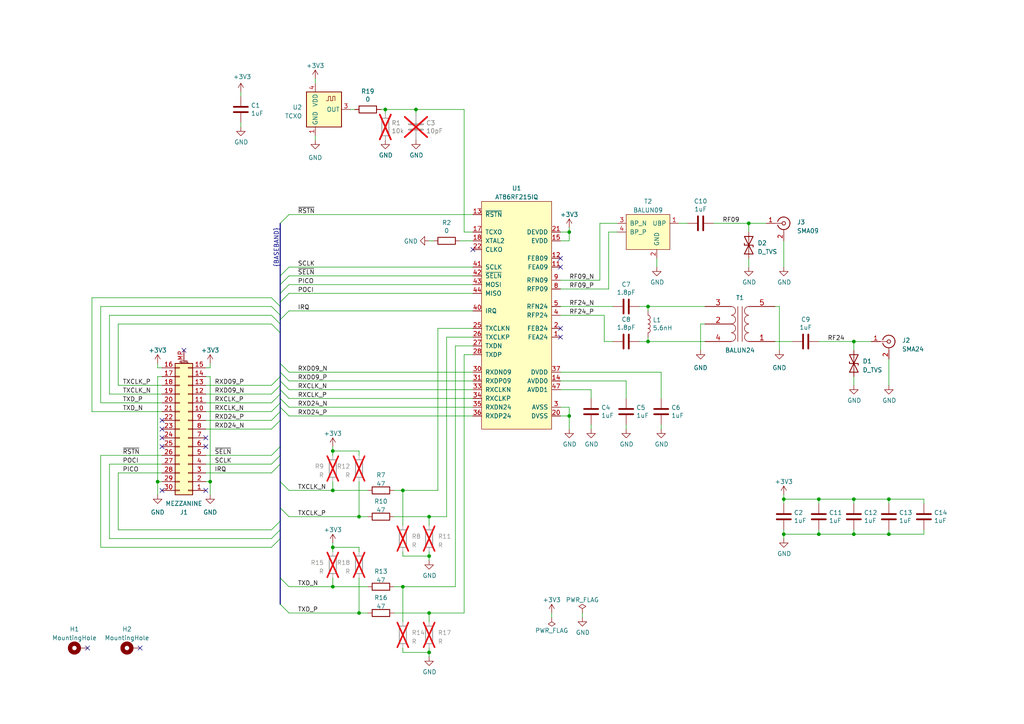
<source format=kicad_sch>
(kicad_sch (version 20230121) (generator eeschema)
  (paper "A4")
  (title_block (title "Amalthea") (date "2023-03-25") (rev "r0.2") (company "Copyright 2020-2023 Great Scott Gadgets") (comment 1 "Licensed under the CERN-OHL-P v2"))
  (lib_symbols
    (symbol "Connector:Conn_Coaxial" (pin_names (offset 1.016) hide)
      (property "Reference" "J" (at 0.254 3.048 0))
      (property "Value" "Conn_Coaxial" (at 2.921 0 90))
      (symbol "Conn_Coaxial_1_1"
        (pin passive line (at -5.08 0 0) (length 2.54) (name "In") (number "1"))
        (pin passive line (at 0 -5.08 90) (length 2.54) (name "Ext") (number "2"))
      )
    )
    (symbol "Connector_Generic_MountingPin:Conn_02x15_Counter_Clockwise_MountingPin" (pin_names (offset 1.016) hide)
      (property "Reference" "J" (at 1.27 20.32 0))
      (property "Value" "Conn_02x15_Counter_Clockwise_MountingPin" (at 2.54 -20.32 0))
      (symbol "Conn_02x15_Counter_Clockwise_MountingPin_1_1"
        (text "Mounting" (at 1.27 -19.431 0) (effects (font (size 0.381 0.381))))
        (pin passive line (at -5.08 17.78 0) (length 3.81) (name "Pin_1") (number "1"))
        (pin passive line (at -5.08 -5.08 0) (length 3.81) (name "Pin_10") (number "10"))
        (pin passive line (at -5.08 -7.62 0) (length 3.81) (name "Pin_11") (number "11"))
        (pin passive line (at -5.08 -10.16 0) (length 3.81) (name "Pin_12") (number "12"))
        (pin passive line (at -5.08 -12.7 0) (length 3.81) (name "Pin_13") (number "13"))
        (pin passive line (at -5.08 -15.24 0) (length 3.81) (name "Pin_14") (number "14"))
        (pin passive line (at -5.08 -17.78 0) (length 3.81) (name "Pin_15") (number "15"))
        (pin passive line (at 7.62 -17.78 180) (length 3.81) (name "Pin_16") (number "16"))
        (pin passive line (at 7.62 -15.24 180) (length 3.81) (name "Pin_17") (number "17"))
        (pin passive line (at 7.62 -12.7 180) (length 3.81) (name "Pin_18") (number "18"))
        (pin passive line (at 7.62 -10.16 180) (length 3.81) (name "Pin_19") (number "19"))
        (pin passive line (at -5.08 15.24 0) (length 3.81) (name "Pin_2") (number "2"))
        (pin passive line (at 7.62 -7.62 180) (length 3.81) (name "Pin_20") (number "20"))
        (pin passive line (at 7.62 -5.08 180) (length 3.81) (name "Pin_21") (number "21"))
        (pin passive line (at 7.62 -2.54 180) (length 3.81) (name "Pin_22") (number "22"))
        (pin passive line (at 7.62 0 180) (length 3.81) (name "Pin_23") (number "23"))
        (pin passive line (at 7.62 2.54 180) (length 3.81) (name "Pin_24") (number "24"))
        (pin passive line (at 7.62 5.08 180) (length 3.81) (name "Pin_25") (number "25"))
        (pin passive line (at 7.62 7.62 180) (length 3.81) (name "Pin_26") (number "26"))
        (pin passive line (at 7.62 10.16 180) (length 3.81) (name "Pin_27") (number "27"))
        (pin passive line (at 7.62 12.7 180) (length 3.81) (name "Pin_28") (number "28"))
        (pin passive line (at 7.62 15.24 180) (length 3.81) (name "Pin_29") (number "29"))
        (pin passive line (at -5.08 12.7 0) (length 3.81) (name "Pin_3") (number "3"))
        (pin passive line (at 7.62 17.78 180) (length 3.81) (name "Pin_30") (number "30"))
        (pin passive line (at -5.08 10.16 0) (length 3.81) (name "Pin_4") (number "4"))
        (pin passive line (at -5.08 7.62 0) (length 3.81) (name "Pin_5") (number "5"))
        (pin passive line (at -5.08 5.08 0) (length 3.81) (name "Pin_6") (number "6"))
        (pin passive line (at -5.08 2.54 0) (length 3.81) (name "Pin_7") (number "7"))
        (pin passive line (at -5.08 0 0) (length 3.81) (name "Pin_8") (number "8"))
        (pin passive line (at -5.08 -2.54 0) (length 3.81) (name "Pin_9") (number "9"))
        (pin passive line (at 1.27 -22.86 90) (length 3.048) (name "MountPin") (number "MP"))
      )
    )
    (symbol "Device:C" (pin_numbers hide) (pin_names (offset 0.254))
      (property "Reference" "C" (at 0.635 2.54 0))
      (property "Value" "C" (at 0.635 -2.54 0))
      (symbol "C_1_1"
        (pin passive line (at 0 3.81 270) (length 2.794) (name "~") (number "1"))
        (pin passive line (at 0 -3.81 90) (length 2.794) (name "~") (number "2"))
      )
    )
    (symbol "Device:D_TVS" (pin_numbers hide) (pin_names (offset 1.016) hide)
      (property "Reference" "D" (at 0 2.54 0))
      (property "Value" "D_TVS" (at 0 -2.54 0))
      (symbol "D_TVS_1_1"
        (pin passive line (at -3.81 0 0) (length 2.54) (name "A1") (number "1"))
        (pin passive line (at 3.81 0 180) (length 2.54) (name "A2") (number "2"))
      )
    )
    (symbol "Device:L" (pin_numbers hide) (pin_names (offset 1.016) hide)
      (property "Reference" "L" (at -1.27 0 90))
      (property "Value" "L" (at 1.905 0 90))
      (symbol "L_1_1"
        (pin passive line (at 0 3.81 270) (length 1.27) (name "1") (number "1"))
        (pin passive line (at 0 -3.81 90) (length 1.27) (name "2") (number "2"))
      )
    )
    (symbol "Device:R" (pin_numbers hide) (pin_names (offset 0))
      (property "Reference" "R" (at 2.032 0 90))
      (property "Value" "R" (at 0 0 90))
      (symbol "R_1_1"
        (pin passive line (at 0 3.81 270) (length 1.27) (name "~") (number "1"))
        (pin passive line (at 0 -3.81 90) (length 1.27) (name "~") (number "2"))
      )
    )
    (symbol "Mechanical:MountingHole_Pad" (pin_numbers hide) (pin_names (offset 1.016) hide)
      (property "Reference" "H" (at 0 6.35 0))
      (property "Value" "MountingHole_Pad" (at 0 4.445 0))
      (symbol "MountingHole_Pad_1_1"
        (pin input line (at 0 -2.54 90) (length 2.54) (name "1") (number "1"))
      )
    )
    (symbol "Oscillator:FT5HN"
      (property "Reference" "U" (at 1.27 11.43 0))
      (property "Value" "FT5HN" (at 2.54 8.89 0))
      (symbol "FT5HN_1_1"
        (pin power_in line (at -2.54 -7.62 90) (length 2.54) (name "GND") (number "1"))
        (pin passive line (at -2.54 -7.62 90) (length 2.54) hide (name "GND") (number "2"))
        (pin output line (at 7.62 0 180) (length 2.54) (name "OUT") (number "3"))
        (pin power_in line (at -2.54 7.62 270) (length 2.54) (name "VDD") (number "4"))
      )
    )
    (symbol "amalthea:AT86RF215" (pin_names (offset 1.016))
      (property "Reference" "U" (at -10.16 36.83 0))
      (property "Value" "AT86RF215" (at -10.16 34.29 0))
      (symbol "AT86RF215_1_1"
        (pin output line (at 12.7 -6.35 180) (length 2.54) (name "FEA24") (number "1"))
        (pin power_in line (at 12.7 -26.67 180) (length 2.54) hide (name "AVSS") (number "10"))
        (pin bidirectional line (at 12.7 13.97 180) (length 2.54) (name "FEA09") (number "11"))
        (pin bidirectional line (at 12.7 16.51 180) (length 2.54) (name "FEB09") (number "12"))
        (pin input line (at -12.7 29.21 0) (length 2.54) (name "~{RSTN}") (number "13"))
        (pin power_out line (at 12.7 -19.05 180) (length 2.54) (name "AVDD0") (number "14"))
        (pin power_in line (at 12.7 21.59 180) (length 2.54) (name "EVDD") (number "15"))
        (pin power_in line (at 12.7 -26.67 180) (length 2.54) hide (name "AVSS") (number "16"))
        (pin input line (at -12.7 24.13 0) (length 2.54) (name "TCXO") (number "17"))
        (pin output line (at -12.7 21.59 0) (length 2.54) (name "XTAL2") (number "18"))
        (pin power_in line (at 12.7 -26.67 180) (length 2.54) hide (name "AVSS") (number "19"))
        (pin output line (at 12.7 -3.81 180) (length 2.54) (name "FEB24") (number "2"))
        (pin power_in line (at 12.7 -29.21 180) (length 2.54) (name "DVSS") (number "20"))
        (pin power_in line (at 12.7 24.13 180) (length 2.54) (name "DEVDD") (number "21"))
        (pin output line (at -12.7 19.05 0) (length 2.54) (name "CLKO") (number "22"))
        (pin power_in line (at 12.7 -29.21 180) (length 2.54) hide (name "DVSS") (number "23"))
        (pin power_in line (at 12.7 -29.21 180) (length 2.54) hide (name "DVSS") (number "24"))
        (pin input line (at -12.7 -3.81 0) (length 2.54) (name "TXCLKN") (number "25"))
        (pin input line (at -12.7 -6.35 0) (length 2.54) (name "TXCLKP") (number "26"))
        (pin input line (at -12.7 -8.89 0) (length 2.54) (name "TXDN") (number "27"))
        (pin input line (at -12.7 -11.43 0) (length 2.54) (name "TXDP") (number "28"))
        (pin power_in line (at 12.7 24.13 180) (length 2.54) hide (name "DEVDD") (number "29"))
        (pin power_in line (at 12.7 -26.67 180) (length 2.54) (name "AVSS") (number "3"))
        (pin output line (at -12.7 -16.51 0) (length 2.54) (name "RXDN09") (number "30"))
        (pin output line (at -12.7 -19.05 0) (length 2.54) (name "RXDP09") (number "31"))
        (pin power_in line (at 12.7 -29.21 180) (length 2.54) hide (name "DVSS") (number "32"))
        (pin output line (at -12.7 -21.59 0) (length 2.54) (name "RXCLKN") (number "33"))
        (pin output line (at -12.7 -24.13 0) (length 2.54) (name "RXCLKP") (number "34"))
        (pin output line (at -12.7 -26.67 0) (length 2.54) (name "RXDN24") (number "35"))
        (pin output line (at -12.7 -29.21 0) (length 2.54) (name "RXDP24") (number "36"))
        (pin power_out line (at 12.7 -16.51 180) (length 2.54) (name "DVDD") (number "37"))
        (pin power_in line (at 12.7 -29.21 180) (length 2.54) hide (name "DVSS") (number "38"))
        (pin power_in line (at 12.7 24.13 180) (length 2.54) hide (name "DEVDD") (number "39"))
        (pin bidirectional line (at 12.7 0 180) (length 2.54) (name "RFP24") (number "4"))
        (pin output line (at -12.7 1.27 0) (length 2.54) (name "IRQ") (number "40"))
        (pin input line (at -12.7 13.97 0) (length 2.54) (name "SCLK") (number "41"))
        (pin input line (at -12.7 11.43 0) (length 2.54) (name "~{SELN}") (number "42"))
        (pin input line (at -12.7 8.89 0) (length 2.54) (name "MOSI") (number "43"))
        (pin output line (at -12.7 6.35 0) (length 2.54) (name "MISO") (number "44"))
        (pin power_in line (at 12.7 -26.67 180) (length 2.54) hide (name "AVSS") (number "45"))
        (pin power_in line (at 12.7 21.59 180) (length 2.54) hide (name "EVDD") (number "46"))
        (pin power_out line (at 12.7 -21.59 180) (length 2.54) (name "AVDD1") (number "47"))
        (pin power_in line (at 12.7 -26.67 180) (length 2.54) hide (name "AVSS") (number "48"))
        (pin power_in line (at 12.7 -26.67 180) (length 2.54) hide (name "AVSS") (number "49"))
        (pin bidirectional line (at 12.7 2.54 180) (length 2.54) (name "RFN24") (number "5"))
        (pin power_in line (at 12.7 -26.67 180) (length 2.54) hide (name "AVSS") (number "6"))
        (pin power_in line (at 12.7 -26.67 180) (length 2.54) hide (name "AVSS") (number "7"))
        (pin bidirectional line (at 12.7 7.62 180) (length 2.54) (name "RFP09") (number "8"))
        (pin bidirectional line (at 12.7 10.16 180) (length 2.54) (name "RFN09") (number "9"))
      )
    )
    (symbol "amalthea:BALUN_0896BM15E0025" (pin_names (offset 1.016))
      (property "Reference" "T" (at 0 6.35 0))
      (property "Value" "BALUN_0896BM15E0025" (at 0 8.89 0))
      (symbol "BALUN_0896BM15E0025_1_1"
        (pin bidirectional line (at 8.89 2.54 180) (length 2.54) (name "UBP") (number "1"))
        (pin power_in line (at 2.54 -7.62 90) (length 2.54) (name "GND") (number "2"))
        (pin bidirectional line (at -8.89 2.54 0) (length 2.54) (name "BP_N") (number "3"))
        (pin bidirectional line (at -8.89 0 0) (length 2.54) (name "BP_P") (number "4"))
        (pin power_in line (at 2.54 -7.62 90) (length 2.54) hide (name "GND") (number "5"))
        (pin power_in line (at 2.54 -7.62 90) (length 2.54) hide (name "GND") (number "6"))
      )
    )
    (symbol "amalthea:BALUN_2450FB15A050" (pin_names (offset 1.016) hide)
      (property "Reference" "T" (at 0 6.35 0))
      (property "Value" "BALUN_2450FB15A050" (at 0 -7.62 0))
      (symbol "BALUN_2450FB15A050_1_1"
        (pin passive line (at 10.16 -5.08 180) (length 7.62) (name "S1") (number "1"))
        (pin passive line (at -10.16 0 0) (length 7.62) (name "PM") (number "2"))
        (pin passive line (at -10.16 5.08 0) (length 7.62) (name "PR1") (number "3"))
        (pin passive line (at -10.16 -5.08 0) (length 7.62) (name "PR2") (number "4"))
        (pin passive line (at 10.16 5.08 180) (length 7.62) (name "S2") (number "5"))
        (pin no_connect line (at 5.08 0 180) (length 2.54) hide (name "") (number "6"))
      )
    )
    (symbol "power:+3V3" (power) (pin_names (offset 0))
      (property "Value" "+3V3" (at 0 3.556 0))
      (symbol "+3V3_1_1"
        (pin power_in line (at 0 0 90) (length 0) hide (name "+3V3") (number "1"))
      )
    )
    (symbol "power:GND" (power) (pin_names (offset 0))
      (property "Value" "GND" (at 0 -3.81 0))
      (symbol "GND_1_1"
        (pin power_in line (at 0 0 270) (length 0) hide (name "GND") (number "1"))
      )
    )
    (symbol "power:PWR_FLAG" (power) (pin_numbers hide) (pin_names (offset 0) hide)
      (property "Value" "PWR_FLAG" (at 0 3.81 0))
      (symbol "PWR_FLAG_0_0"
        (pin power_out line (at 0 0 90) (length 0) (name "pwr") (number "1"))
      )
    )
  )
  (bus_alias "BASEBAND" (members "~{RSTN}" "SCLK" "~{SELN}" "PICO" "POCI" "IRQ" "RXD09_N" "RXD09_P" "RXCLK_N" "RXCLK_P" "RXD24_N" "RXD24_P" "TXCLK_N" "TXCLK_P" "TXD_N" "TXD_P"))
  (junction (at 257.81 154.94))
  (junction (at 257.81 144.78))
  (junction (at 247.65 154.94))
  (junction (at 237.49 144.78))
  (junction (at 165.1 67.31))
  (junction (at 96.52 142.24))
  (junction (at 247.65 144.78))
  (junction (at 165.1 120.65))
  (junction (at 96.52 170.18))
  (junction (at 104.14 149.86))
  (junction (at 124.46 149.86))
  (junction (at 187.96 88.9))
  (junction (at 227.33 144.78))
  (junction (at 187.96 99.06))
  (junction (at 227.33 154.94))
  (junction (at 247.65 99.06))
  (junction (at 96.52 158.75))
  (junction (at 124.46 161.29))
  (junction (at 45.72 139.7))
  (junction (at 104.14 177.8))
  (junction (at 116.84 170.18))
  (junction (at 96.52 130.81))
  (junction (at 217.17 64.77))
  (junction (at 237.49 154.94))
  (junction (at 111.76 31.75))
  (junction (at 116.84 142.24))
  (junction (at 124.46 177.8))
  (junction (at 120.65 31.75))
  (junction (at 124.46 189.23))
  (junction (at 60.96 139.7))
  (no_connect (at 137.16 72.39))
  (no_connect (at 46.99 124.46))
  (no_connect (at 40.64 187.96))
  (no_connect (at 25.4 187.96))
  (no_connect (at 46.99 142.24))
  (no_connect (at 162.56 77.47))
  (no_connect (at 46.99 121.92))
  (no_connect (at 59.69 127))
  (no_connect (at 162.56 74.93))
  (no_connect (at 59.69 129.54))
  (no_connect (at 46.99 129.54))
  (no_connect (at 162.56 97.79))
  (no_connect (at 59.69 142.24))
  (no_connect (at 46.99 127))
  (no_connect (at 53.34 101.6))
  (no_connect (at 162.56 95.25))
  (bus_entry (at 78.74 111.76) (size 2.54 -2.54))
  (bus_entry (at 81.28 85.09) (size 2.54 -2.54))
  (bus_entry (at 81.28 110.49) (size 2.54 2.54))
  (bus_entry (at 78.74 91.44) (size 2.54 2.54))
  (bus_entry (at 81.28 167.64) (size 2.54 2.54))
  (bus_entry (at 81.28 139.7) (size 2.54 2.54))
  (bus_entry (at 81.28 147.32) (size 2.54 2.54))
  (bus_entry (at 81.28 175.26) (size 2.54 2.54))
  (bus_entry (at 83.82 90.17) (size -2.54 2.54))
  (bus_entry (at 81.28 80.01) (size 2.54 -2.54))
  (bus_entry (at 81.28 115.57) (size 2.54 2.54))
  (bus_entry (at 78.74 156.21) (size 2.54 -2.54))
  (bus_entry (at 78.74 134.62) (size 2.54 -2.54))
  (bus_entry (at 78.74 132.08) (size 2.54 -2.54))
  (bus_entry (at 78.74 88.9) (size 2.54 2.54))
  (bus_entry (at 81.28 105.41) (size 2.54 2.54))
  (bus_entry (at 81.28 107.95) (size 2.54 2.54))
  (bus_entry (at 78.74 119.38) (size 2.54 -2.54))
  (bus_entry (at 81.28 82.55) (size 2.54 -2.54))
  (bus_entry (at 78.74 86.36) (size 2.54 2.54))
  (bus_entry (at 78.74 114.3) (size 2.54 -2.54))
  (bus_entry (at 78.74 153.67) (size 2.54 -2.54))
  (bus_entry (at 81.28 87.63) (size 2.54 -2.54))
  (bus_entry (at 78.74 116.84) (size 2.54 -2.54))
  (bus_entry (at 78.74 137.16) (size 2.54 -2.54))
  (bus_entry (at 81.28 113.03) (size 2.54 2.54))
  (bus_entry (at 78.74 124.46) (size 2.54 -2.54))
  (bus_entry (at 81.28 64.77) (size 2.54 -2.54))
  (bus_entry (at 78.74 93.98) (size 2.54 2.54))
  (bus_entry (at 78.74 121.92) (size 2.54 -2.54))
  (bus_entry (at 78.74 158.75) (size 2.54 -2.54))
  (bus_entry (at 81.28 118.11) (size 2.54 2.54))
  (wire (pts (xy 247.65 111.76) (xy 247.65 109.22)))
  (wire (pts (xy 190.5 77.47) (xy 190.5 74.93)))
  (wire (pts (xy 114.3 170.18) (xy 116.84 170.18)))
  (wire (pts (xy 78.74 158.75) (xy 29.21 158.75)))
  (bus (pts (xy 81.28 96.52) (xy 81.28 105.41)))
  (wire (pts (xy 46.99 134.62) (xy 31.75 134.62)))
  (wire (pts (xy 257.81 153.67) (xy 257.81 154.94)))
  (wire (pts (xy 217.17 64.77) (xy 222.25 64.77)))
  (wire (pts (xy 257.81 154.94) (xy 267.97 154.94)))
  (bus (pts (xy 81.28 105.41) (xy 81.28 107.95)))
  (wire (pts (xy 116.84 142.24) (xy 114.3 142.24)))
  (wire (pts (xy 91.44 39.37) (xy 91.44 40.64)))
  (wire (pts (xy 227.33 144.78) (xy 227.33 146.05)))
  (wire (pts (xy 134.62 177.8) (xy 134.62 102.87)))
  (wire (pts (xy 45.72 106.68) (xy 46.99 106.68)))
  (wire (pts (xy 173.99 81.28) (xy 162.56 81.28)))
  (wire (pts (xy 227.33 144.78) (xy 237.49 144.78)))
  (wire (pts (xy 133.35 69.85) (xy 137.16 69.85)))
  (wire (pts (xy 69.85 26.67) (xy 69.85 27.94)))
  (wire (pts (xy 162.56 69.85) (xy 165.1 69.85)))
  (wire (pts (xy 237.49 153.67) (xy 237.49 154.94)))
  (wire (pts (xy 226.06 88.9) (xy 226.06 101.6)))
  (wire (pts (xy 204.47 93.98) (xy 203.2 93.98)))
  (wire (pts (xy 59.69 132.08) (xy 78.74 132.08)))
  (wire (pts (xy 171.45 113.03) (xy 171.45 115.57)))
  (wire (pts (xy 124.46 69.85) (xy 125.73 69.85)))
  (wire (pts (xy 217.17 77.47) (xy 217.17 74.93)))
  (wire (pts (xy 176.53 83.82) (xy 176.53 67.31)))
  (wire (pts (xy 224.79 88.9) (xy 226.06 88.9)))
  (wire (pts (xy 162.56 83.82) (xy 176.53 83.82)))
  (wire (pts (xy 26.67 86.36) (xy 26.67 119.38)))
  (bus (pts (xy 81.28 151.13) (xy 81.28 153.67)))
  (wire (pts (xy 34.29 93.98) (xy 34.29 111.76)))
  (wire (pts (xy 176.53 67.31) (xy 179.07 67.31)))
  (wire (pts (xy 34.29 153.67) (xy 34.29 137.16)))
  (wire (pts (xy 165.1 118.11) (xy 165.1 120.65)))
  (wire (pts (xy 124.46 149.86) (xy 124.46 152.4)))
  (wire (pts (xy 187.96 90.17) (xy 187.96 88.9)))
  (wire (pts (xy 217.17 64.77) (xy 217.17 67.31)))
  (wire (pts (xy 237.49 144.78) (xy 237.49 146.05)))
  (wire (pts (xy 83.82 80.01) (xy 137.16 80.01)))
  (wire (pts (xy 227.33 154.94) (xy 227.33 156.21)))
  (wire (pts (xy 29.21 132.08) (xy 46.99 132.08)))
  (wire (pts (xy 104.14 139.7) (xy 104.14 149.86)))
  (wire (pts (xy 111.76 31.75) (xy 111.76 33.02)))
  (bus (pts (xy 81.28 64.77) (xy 81.28 80.01)))
  (wire (pts (xy 137.16 95.25) (xy 127 95.25)))
  (wire (pts (xy 227.33 154.94) (xy 237.49 154.94)))
  (bus (pts (xy 81.28 88.9) (xy 81.28 91.44)))
  (wire (pts (xy 45.72 139.7) (xy 46.99 139.7)))
  (wire (pts (xy 29.21 88.9) (xy 29.21 116.84)))
  (bus (pts (xy 81.28 113.03) (xy 81.28 114.3)))
  (bus (pts (xy 81.28 115.57) (xy 81.28 116.84)))
  (wire (pts (xy 132.08 170.18) (xy 132.08 100.33)))
  (wire (pts (xy 267.97 153.67) (xy 267.97 154.94)))
  (wire (pts (xy 106.68 170.18) (xy 96.52 170.18)))
  (wire (pts (xy 162.56 118.11) (xy 165.1 118.11)))
  (wire (pts (xy 83.82 177.8) (xy 104.14 177.8)))
  (wire (pts (xy 127 95.25) (xy 127 142.24)))
  (wire (pts (xy 165.1 120.65) (xy 165.1 124.46)))
  (wire (pts (xy 31.75 114.3) (xy 46.99 114.3)))
  (wire (pts (xy 165.1 67.31) (xy 165.1 66.04)))
  (wire (pts (xy 96.52 158.75) (xy 104.14 158.75)))
  (wire (pts (xy 162.56 110.49) (xy 181.61 110.49)))
  (wire (pts (xy 124.46 187.96) (xy 124.46 189.23)))
  (wire (pts (xy 83.82 149.86) (xy 104.14 149.86)))
  (wire (pts (xy 137.16 115.57) (xy 83.82 115.57)))
  (wire (pts (xy 124.46 189.23) (xy 116.84 189.23)))
  (wire (pts (xy 96.52 139.7) (xy 96.52 142.24)))
  (wire (pts (xy 78.74 91.44) (xy 31.75 91.44)))
  (wire (pts (xy 59.69 114.3) (xy 78.74 114.3)))
  (bus (pts (xy 81.28 111.76) (xy 81.28 113.03)))
  (wire (pts (xy 191.77 115.57) (xy 191.77 107.95)))
  (bus (pts (xy 81.28 139.7) (xy 81.28 147.32)))
  (wire (pts (xy 78.74 93.98) (xy 34.29 93.98)))
  (wire (pts (xy 45.72 139.7) (xy 45.72 109.22)))
  (bus (pts (xy 81.28 114.3) (xy 81.28 115.57)))
  (wire (pts (xy 257.81 144.78) (xy 267.97 144.78)))
  (wire (pts (xy 257.81 104.14) (xy 257.81 111.76)))
  (wire (pts (xy 60.96 139.7) (xy 60.96 143.51)))
  (bus (pts (xy 81.28 121.92) (xy 81.28 129.54)))
  (wire (pts (xy 124.46 161.29) (xy 116.84 161.29)))
  (wire (pts (xy 129.54 97.79) (xy 137.16 97.79)))
  (wire (pts (xy 196.85 64.77) (xy 199.39 64.77)))
  (wire (pts (xy 59.69 137.16) (xy 78.74 137.16)))
  (wire (pts (xy 96.52 129.54) (xy 96.52 130.81)))
  (wire (pts (xy 137.16 107.95) (xy 83.82 107.95)))
  (wire (pts (xy 181.61 123.19) (xy 181.61 124.46)))
  (wire (pts (xy 165.1 69.85) (xy 165.1 67.31)))
  (wire (pts (xy 104.14 167.64) (xy 104.14 177.8)))
  (bus (pts (xy 81.28 156.21) (xy 81.28 167.64)))
  (wire (pts (xy 124.46 177.8) (xy 134.62 177.8)))
  (bus (pts (xy 81.28 110.49) (xy 81.28 111.76)))
  (wire (pts (xy 83.82 77.47) (xy 137.16 77.47)))
  (wire (pts (xy 83.82 142.24) (xy 96.52 142.24)))
  (wire (pts (xy 29.21 158.75) (xy 29.21 132.08)))
  (wire (pts (xy 137.16 90.17) (xy 83.82 90.17)))
  (wire (pts (xy 59.69 124.46) (xy 78.74 124.46)))
  (wire (pts (xy 124.46 149.86) (xy 129.54 149.86)))
  (wire (pts (xy 224.79 99.06) (xy 229.87 99.06)))
  (wire (pts (xy 26.67 119.38) (xy 46.99 119.38)))
  (wire (pts (xy 31.75 156.21) (xy 78.74 156.21)))
  (wire (pts (xy 59.69 119.38) (xy 78.74 119.38)))
  (wire (pts (xy 137.16 118.11) (xy 83.82 118.11)))
  (wire (pts (xy 120.65 31.75) (xy 120.65 33.02)))
  (wire (pts (xy 124.46 189.23) (xy 124.46 190.5)))
  (wire (pts (xy 257.81 144.78) (xy 257.81 146.05)))
  (bus (pts (xy 81.28 134.62) (xy 81.28 139.7)))
  (wire (pts (xy 179.07 64.77) (xy 173.99 64.77)))
  (bus (pts (xy 81.28 93.98) (xy 81.28 96.52)))
  (wire (pts (xy 114.3 177.8) (xy 124.46 177.8)))
  (bus (pts (xy 81.28 109.22) (xy 81.28 110.49)))
  (wire (pts (xy 120.65 31.75) (xy 134.62 31.75)))
  (wire (pts (xy 59.69 116.84) (xy 78.74 116.84)))
  (wire (pts (xy 124.46 160.02) (xy 124.46 161.29)))
  (wire (pts (xy 110.49 31.75) (xy 111.76 31.75)))
  (wire (pts (xy 137.16 85.09) (xy 83.82 85.09)))
  (wire (pts (xy 78.74 86.36) (xy 26.67 86.36)))
  (wire (pts (xy 127 142.24) (xy 116.84 142.24)))
  (wire (pts (xy 69.85 35.56) (xy 69.85 36.83)))
  (bus (pts (xy 81.28 147.32) (xy 81.28 151.13)))
  (bus (pts (xy 81.28 118.11) (xy 81.28 119.38)))
  (wire (pts (xy 96.52 158.75) (xy 96.52 160.02)))
  (wire (pts (xy 45.72 109.22) (xy 46.99 109.22)))
  (wire (pts (xy 162.56 120.65) (xy 165.1 120.65)))
  (wire (pts (xy 59.69 111.76) (xy 78.74 111.76)))
  (wire (pts (xy 203.2 93.98) (xy 203.2 101.6)))
  (wire (pts (xy 134.62 102.87) (xy 137.16 102.87)))
  (wire (pts (xy 116.84 170.18) (xy 132.08 170.18)))
  (wire (pts (xy 96.52 157.48) (xy 96.52 158.75)))
  (wire (pts (xy 175.26 91.44) (xy 175.26 99.06)))
  (wire (pts (xy 29.21 116.84) (xy 46.99 116.84)))
  (wire (pts (xy 187.96 97.79) (xy 187.96 99.06)))
  (wire (pts (xy 59.69 139.7) (xy 60.96 139.7)))
  (wire (pts (xy 247.65 154.94) (xy 257.81 154.94)))
  (bus (pts (xy 81.28 129.54) (xy 81.28 132.08)))
  (bus (pts (xy 81.28 85.09) (xy 81.28 87.63)))
  (wire (pts (xy 191.77 123.19) (xy 191.77 124.46)))
  (wire (pts (xy 162.56 113.03) (xy 171.45 113.03)))
  (wire (pts (xy 96.52 170.18) (xy 96.52 167.64)))
  (wire (pts (xy 247.65 144.78) (xy 247.65 146.05)))
  (wire (pts (xy 185.42 88.9) (xy 187.96 88.9)))
  (wire (pts (xy 91.44 22.86) (xy 91.44 24.13)))
  (wire (pts (xy 96.52 130.81) (xy 104.14 130.81)))
  (wire (pts (xy 168.91 177.8) (xy 168.91 179.07)))
  (wire (pts (xy 59.69 109.22) (xy 60.96 109.22)))
  (wire (pts (xy 162.56 67.31) (xy 165.1 67.31)))
  (wire (pts (xy 247.65 99.06) (xy 252.73 99.06)))
  (wire (pts (xy 106.68 142.24) (xy 96.52 142.24)))
  (wire (pts (xy 116.84 160.02) (xy 116.84 161.29)))
  (wire (pts (xy 60.96 109.22) (xy 60.96 139.7)))
  (wire (pts (xy 207.01 64.77) (xy 217.17 64.77)))
  (wire (pts (xy 34.29 111.76) (xy 46.99 111.76)))
  (bus (pts (xy 81.28 80.01) (xy 81.28 82.55)))
  (wire (pts (xy 111.76 31.75) (xy 120.65 31.75)))
  (bus (pts (xy 81.28 167.64) (xy 81.28 175.26)))
  (wire (pts (xy 31.75 134.62) (xy 31.75 156.21)))
  (wire (pts (xy 247.65 153.67) (xy 247.65 154.94)))
  (wire (pts (xy 247.65 144.78) (xy 257.81 144.78)))
  (wire (pts (xy 191.77 107.95) (xy 162.56 107.95)))
  (wire (pts (xy 116.84 142.24) (xy 116.84 152.4)))
  (wire (pts (xy 59.69 134.62) (xy 78.74 134.62)))
  (wire (pts (xy 104.14 130.81) (xy 104.14 132.08)))
  (bus (pts (xy 81.28 119.38) (xy 81.28 121.92)))
  (wire (pts (xy 247.65 99.06) (xy 247.65 101.6)))
  (wire (pts (xy 101.6 31.75) (xy 102.87 31.75)))
  (bus (pts (xy 81.28 92.71) (xy 81.28 93.98)))
  (wire (pts (xy 134.62 67.31) (xy 137.16 67.31)))
  (bus (pts (xy 81.28 132.08) (xy 81.28 134.62)))
  (bus (pts (xy 81.28 116.84) (xy 81.28 118.11)))
  (wire (pts (xy 181.61 110.49) (xy 181.61 115.57)))
  (wire (pts (xy 185.42 99.06) (xy 187.96 99.06)))
  (wire (pts (xy 187.96 88.9) (xy 204.47 88.9)))
  (wire (pts (xy 60.96 105.41) (xy 60.96 106.68)))
  (wire (pts (xy 137.16 82.55) (xy 83.82 82.55)))
  (wire (pts (xy 237.49 144.78) (xy 247.65 144.78)))
  (wire (pts (xy 177.8 99.06) (xy 175.26 99.06)))
  (wire (pts (xy 187.96 99.06) (xy 204.47 99.06)))
  (wire (pts (xy 267.97 144.78) (xy 267.97 146.05)))
  (wire (pts (xy 162.56 91.44) (xy 175.26 91.44)))
  (wire (pts (xy 137.16 113.03) (xy 83.82 113.03)))
  (wire (pts (xy 129.54 149.86) (xy 129.54 97.79)))
  (wire (pts (xy 173.99 64.77) (xy 173.99 81.28)))
  (wire (pts (xy 160.02 177.8) (xy 160.02 179.07)))
  (wire (pts (xy 132.08 100.33) (xy 137.16 100.33)))
  (wire (pts (xy 124.46 177.8) (xy 124.46 180.34)))
  (wire (pts (xy 83.82 170.18) (xy 96.52 170.18)))
  (wire (pts (xy 104.14 158.75) (xy 104.14 160.02)))
  (wire (pts (xy 114.3 149.86) (xy 124.46 149.86)))
  (wire (pts (xy 137.16 110.49) (xy 83.82 110.49)))
  (wire (pts (xy 59.69 106.68) (xy 60.96 106.68)))
  (wire (pts (xy 162.56 88.9) (xy 177.8 88.9)))
  (wire (pts (xy 227.33 143.51) (xy 227.33 144.78)))
  (wire (pts (xy 171.45 123.19) (xy 171.45 124.46)))
  (wire (pts (xy 227.33 69.85) (xy 227.33 77.47)))
  (bus (pts (xy 81.28 91.44) (xy 81.28 92.71)))
  (wire (pts (xy 137.16 120.65) (xy 83.82 120.65)))
  (bus (pts (xy 81.28 153.67) (xy 81.28 156.21)))
  (wire (pts (xy 78.74 88.9) (xy 29.21 88.9)))
  (wire (pts (xy 237.49 154.94) (xy 247.65 154.94)))
  (wire (pts (xy 227.33 153.67) (xy 227.33 154.94)))
  (wire (pts (xy 124.46 161.29) (xy 124.46 162.56)))
  (wire (pts (xy 78.74 153.67) (xy 34.29 153.67)))
  (bus (pts (xy 81.28 87.63) (xy 81.28 88.9)))
  (wire (pts (xy 96.52 130.81) (xy 96.52 132.08)))
  (wire (pts (xy 45.72 143.51) (xy 45.72 139.7)))
  (wire (pts (xy 31.75 91.44) (xy 31.75 114.3)))
  (bus (pts (xy 81.28 107.95) (xy 81.28 109.22)))
  (bus (pts (xy 81.28 82.55) (xy 81.28 85.09)))
  (wire (pts (xy 237.49 99.06) (xy 247.65 99.06)))
  (wire (pts (xy 34.29 137.16) (xy 46.99 137.16)))
  (wire (pts (xy 83.82 62.23) (xy 137.16 62.23)))
  (wire (pts (xy 59.69 121.92) (xy 78.74 121.92)))
  (wire (pts (xy 45.72 105.41) (xy 45.72 106.68)))
  (wire (pts (xy 134.62 31.75) (xy 134.62 67.31)))
  (wire (pts (xy 116.84 170.18) (xy 116.84 180.34)))
  (wire (pts (xy 106.68 177.8) (xy 104.14 177.8)))
  (wire (pts (xy 116.84 187.96) (xy 116.84 189.23)))
  (wire (pts (xy 104.14 149.86) (xy 106.68 149.86)))
  (label "RF24_P" (at 165.1 91.44 0))
  (label "TXD_P" (at 86.36 177.8 0))
  (label "RXCLK_P" (at 86.36 115.57 0))
  (label "RXD24_N" (at 86.36 118.11 0))
  (label "RXD09_N" (at 86.36 107.95 0))
  (label "RF09_P" (at 165.1 83.82 0))
  (label "TXD_P" (at 35.56 116.84 0))
  (label "TXD_N" (at 86.36 170.18 0))
  (label "RF09_N" (at 165.1 81.28 0))
  (label "RF09" (at 209.55 64.77 0))
  (label "TXCLK_P" (at 86.36 149.86 0))
  (label "IRQ" (at 62.23 137.16 0))
  (label "RF24_N" (at 165.1 88.9 0))
  (label "~{RSTN}" (at 35.56 132.08 0))
  (label "RXD09_P" (at 62.23 111.76 0))
  (label "RF24" (at 240.03 99.06 0))
  (label "{BASEBAND}" (at 81.28 77.47 90))
  (label "RXCLK_P" (at 62.23 116.84 0))
  (label "RXCLK_N" (at 62.23 119.38 0))
  (label "POCI" (at 86.36 85.09 0))
  (label "RXD24_P" (at 62.23 121.92 0))
  (label "~{SELN}" (at 62.23 132.08 0))
  (label "SCLK" (at 62.23 134.62 0))
  (label "PICO" (at 86.36 82.55 0))
  (label "TXCLK_N" (at 35.56 114.3 0))
  (label "TXCLK_P" (at 35.56 111.76 0))
  (label "~{RSTN}" (at 86.36 62.23 0))
  (label "~{SELN}" (at 86.36 80.01 0))
  (label "RXD09_N" (at 62.23 114.3 0))
  (label "PICO" (at 35.56 137.16 0))
  (label "RXD24_P" (at 86.36 120.65 0))
  (label "SCLK" (at 86.36 77.47 0))
  (label "RXD09_P" (at 86.36 110.49 0))
  (label "POCI" (at 35.56 134.62 0))
  (label "TXCLK_N" (at 86.36 142.24 0))
  (label "RXD24_N" (at 62.23 124.46 0))
  (label "IRQ" (at 86.36 90.17 0))
  (label "TXD_N" (at 35.56 119.38 0))
  (label "RXCLK_N" (at 86.36 113.03 0))
  (symbol (lib_id "Device:R") (at 124.46 184.15 180) (unit 1) (dnp yes)
    (property "Reference" "R17" (at 127 183.515 0) (effects (justify right)))
    (property "Value" "R" (at 127 186.055 0) (effects (justify right)))
    (property "Footprint" "Resistor_SMD:R_0402_1005Metric" (effects hide))
  )
  (symbol (lib_id "Device:R") (at 110.49 177.8 90) (unit 1)
    (property "Reference" "R16" (at 110.49 173.355 90))
    (property "Value" "47" (at 110.49 175.895 90))
    (property "Footprint" "Resistor_SMD:R_0402_1005Metric" (effects hide))
    (property "Description" "62.5mW Thick Film Resistors 50V ±1% ±200ppm/℃ 47Ω 0402 Chip Resistor" (effects hide))
    (property "JLCPCB Part Number" "C25118" (effects hide))
    (property "Manufacturer" "Uniroyal" (effects hide))
    (property "Manufacturer Part Number" "0402WGF470JTCE" (effects hide))
  )
  (symbol (lib_id "Device:R") (at 104.14 135.89 0) (mirror x) (unit 1) (dnp yes)
    (property "Reference" "R12" (at 101.6 135.255 0) (effects (justify right)))
    (property "Value" "R" (at 101.6 137.795 0) (effects (justify right)))
    (property "Footprint" "Resistor_SMD:R_0402_1005Metric" (effects hide))
  )
  (symbol (lib_id "Device:R") (at 110.49 142.24 90) (unit 1)
    (property "Reference" "R7" (at 110.49 137.795 90))
    (property "Value" "47" (at 110.49 140.335 90))
    (property "Footprint" "Resistor_SMD:R_0402_1005Metric" (effects hide))
    (property "Description" "62.5mW Thick Film Resistors 50V ±1% ±200ppm/℃ 47Ω 0402 Chip Resistor" (effects hide))
    (property "JLCPCB Part Number" "C25118" (effects hide))
    (property "Manufacturer" "Uniroyal" (effects hide))
    (property "Manufacturer Part Number" "0402WGF470JTCE" (effects hide))
  )
  (symbol (lib_id "power:GND") (at 191.77 124.46 0) (unit 1)
    (property "Reference" "#PWR012" (effects hide))
    (property "Value" "GND" (at 191.897 128.8542 0))
  )
  (symbol (lib_id "power:PWR_FLAG") (at 168.91 177.8 0) (unit 1)
    (property "Reference" "#FLG01" (effects hide))
    (property "Value" "PWR_FLAG" (at 168.91 173.99 0))
  )
  (symbol (lib_id "Device:R") (at 110.49 170.18 90) (unit 1)
    (property "Reference" "R13" (at 110.49 165.735 90))
    (property "Value" "47" (at 110.49 168.275 90))
    (property "Footprint" "Resistor_SMD:R_0402_1005Metric" (effects hide))
    (property "Description" "62.5mW Thick Film Resistors 50V ±1% ±200ppm/℃ 47Ω 0402 Chip Resistor" (effects hide))
    (property "JLCPCB Part Number" "C25118" (effects hide))
    (property "Manufacturer" "Uniroyal" (effects hide))
    (property "Manufacturer Part Number" "0402WGF470JTCE" (effects hide))
  )
  (symbol (lib_id "power:+3V3") (at 96.52 129.54 0) (unit 1)
    (property "Reference" "#PWR026" (effects hide))
    (property "Value" "+3V3" (at 96.52 125.73 0))
  )
  (symbol (lib_id "power:GND") (at 203.2 101.6 0) (unit 1)
    (property "Reference" "#PWR013" (effects hide))
    (property "Value" "GND" (at 203.2 106.68 0))
  )
  (symbol (lib_id "amalthea:BALUN_2450FB15A050") (at 214.63 93.98 0) (unit 1)
    (property "Reference" "T1" (at 214.63 86.36 0))
    (property "Value" "BALUN24" (at 214.63 101.6 0))
    (property "Footprint" "RF_Converter:Balun_Johanson_0896BM15A0001" (effects hide))
    (property "Datasheet" "https://www.johansontechnology.com/datasheets/2450FB15A050/2450FB15A050.pdf" (effects hide))
    (property "Manufacturer" "Johanson" (effects hide))
    (property "Manufacturer Part Number" "2450FB15A050" (effects hide))
    (property "Description" "BALUN 2.4GHZ-2.5GHZ 50/50 0805" (effects hide))
    (property "JLCPCB Part Number" "C5244324" (effects hide))
  )
  (symbol (lib_id "Device:R") (at 104.14 163.83 0) (mirror x) (unit 1) (dnp yes)
    (property "Reference" "R18" (at 101.6 163.195 0) (effects (justify right)))
    (property "Value" "R" (at 101.6 165.735 0) (effects (justify right)))
    (property "Footprint" "Resistor_SMD:R_0402_1005Metric" (effects hide))
  )
  (symbol (lib_id "Device:C") (at 233.68 99.06 270) (unit 1)
    (property "Reference" "C9" (at 233.68 92.6592 90))
    (property "Value" "1uF" (at 233.68 94.9706 90))
    (property "Footprint" "Capacitor_SMD:C_0402_1005Metric" (effects hide))
    (property "Manufacturer Part Number" "CL05A105KA5NQNC" (effects hide))
    (property "Description" "CAP CER 1UF 25V X5R 0402" (effects hide))
    (property "JLCPCB Part Number" "C52923" (effects hide))
    (property "Manufacturer" "Samsung" (effects hide))
  )
  (symbol (lib_id "power:+3V3") (at 45.72 105.41 0) (unit 1)
    (property "Reference" "#PWR023" (effects hide))
    (property "Value" "+3V3" (at 45.72 101.6 0))
  )
  (symbol (lib_id "power:GND") (at 217.17 77.47 0) (unit 1)
    (property "Reference" "#PWR021" (effects hide))
    (property "Value" "GND" (at 217.297 81.8642 0))
  )
  (symbol (lib_id "Oscillator:FT5HN") (at 93.98 31.75 0) (unit 1)
    (property "Reference" "U2" (at 87.63 31.115 0) (effects (justify right)))
    (property "Value" "TCXO" (at 87.63 33.655 0) (effects (justify right)))
    (property "Footprint" "Crystal:Crystal_SMD_2016-4Pin_2.0x1.6mm" (effects hide))
    (property "Datasheet" "https://datasheet.lcsc.com/lcsc/2210191030_YL-Failong-Crystal-6TG2600001_C5121629.pdf" (effects hide))
    (property "JLCPCB Part Number" "C5121629" (effects hide))
    (property "Manufacturer" "Failong Crystal" (effects hide))
    (property "Manufacturer Part Number" "6TG2600001" (effects hide))
    (property "Description" "SMD2016-4P Temperature Compensated Crystal Oscillator (TCXO)" (effects hide))
  )
  (symbol (lib_id "power:GND") (at 165.1 124.46 0) (unit 1)
    (property "Reference" "#PWR09" (effects hide))
    (property "Value" "GND" (at 165.227 128.8542 0))
  )
  (symbol (lib_id "Device:C") (at 181.61 119.38 0) (unit 1)
    (property "Reference" "C5" (at 184.531 118.2116 0) (effects (justify left)))
    (property "Value" "1uF" (at 184.531 120.523 0) (effects (justify left)))
    (property "Footprint" "Capacitor_SMD:C_0402_1005Metric" (effects hide))
    (property "Manufacturer Part Number" "CL05A105KA5NQNC" (effects hide))
    (property "Description" "CAP CER 1UF 25V X5R 0402" (effects hide))
    (property "JLCPCB Part Number" "C52923" (effects hide))
    (property "Manufacturer" "Samsung" (effects hide))
  )
  (symbol (lib_id "Device:C") (at 247.65 149.86 0) (unit 1)
    (property "Reference" "C12" (at 250.571 148.6916 0) (effects (justify left)))
    (property "Value" "1uF" (at 250.571 151.003 0) (effects (justify left)))
    (property "Footprint" "Capacitor_SMD:C_0402_1005Metric" (effects hide))
    (property "Manufacturer Part Number" "CL05A105KA5NQNC" (effects hide))
    (property "Description" "CAP CER 1UF 25V X5R 0402" (effects hide))
    (property "JLCPCB Part Number" "C52923" (effects hide))
    (property "Manufacturer" "Samsung" (effects hide))
  )
  (symbol (lib_id "power:GND") (at 190.5 77.47 0) (unit 1)
    (property "Reference" "#PWR015" (effects hide))
    (property "Value" "GND" (at 190.627 81.8642 0))
  )
  (symbol (lib_id "power:+3V3") (at 60.96 105.41 0) (unit 1)
    (property "Reference" "#PWR022" (effects hide))
    (property "Value" "+3V3" (at 60.96 101.6 0))
  )
  (symbol (lib_id "power:GND") (at 69.85 36.83 0) (unit 1)
    (property "Reference" "#PWR02" (effects hide))
    (property "Value" "GND" (at 69.977 41.2242 0))
  )
  (symbol (lib_id "Device:C") (at 171.45 119.38 0) (unit 1)
    (property "Reference" "C4" (at 174.371 118.2116 0) (effects (justify left)))
    (property "Value" "1uF" (at 174.371 120.523 0) (effects (justify left)))
    (property "Footprint" "Capacitor_SMD:C_0402_1005Metric" (effects hide))
    (property "Manufacturer Part Number" "CL05A105KA5NQNC" (effects hide))
    (property "Description" "CAP CER 1UF 25V X5R 0402" (effects hide))
    (property "JLCPCB Part Number" "C52923" (effects hide))
    (property "Manufacturer" "Samsung" (effects hide))
  )
  (symbol (lib_id "Device:C") (at 237.49 149.86 0) (unit 1)
    (property "Reference" "C11" (at 240.411 148.6916 0) (effects (justify left)))
    (property "Value" "1uF" (at 240.411 151.003 0) (effects (justify left)))
    (property "Footprint" "Capacitor_SMD:C_0402_1005Metric" (effects hide))
    (property "Manufacturer Part Number" "CL05A105KA5NQNC" (effects hide))
    (property "Description" "CAP CER 1UF 25V X5R 0402" (effects hide))
    (property "JLCPCB Part Number" "C52923" (effects hide))
    (property "Manufacturer" "Samsung" (effects hide))
  )
  (symbol (lib_id "Mechanical:MountingHole_Pad") (at 22.86 187.96 90) (unit 1) (in_bom no)
    (property "Reference" "H1" (at 21.59 182.4822 90))
    (property "Value" "MountingHole" (at 21.59 185.0191 90))
    (property "Footprint" "MountingHole:MountingHole_2.2mm_M2_Pad_Via" (effects hide))
  )
  (symbol (lib_id "power:GND") (at 45.72 143.51 0) (unit 1)
    (property "Reference" "#PWR025" (effects hide))
    (property "Value" "GND" (at 45.72 148.59 0))
  )
  (symbol (lib_id "Device:R") (at 96.52 163.83 0) (mirror x) (unit 1) (dnp yes)
    (property "Reference" "R15" (at 93.98 163.195 0) (effects (justify right)))
    (property "Value" "R" (at 93.98 165.735 0) (effects (justify right)))
    (property "Footprint" "Resistor_SMD:R_0402_1005Metric" (effects hide))
  )
  (symbol (lib_id "Mechanical:MountingHole_Pad") (at 38.1 187.96 90) (unit 1) (in_bom no)
    (property "Reference" "H2" (at 36.83 182.4822 90))
    (property "Value" "MountingHole" (at 36.83 185.0191 90))
    (property "Footprint" "MountingHole:MountingHole_2.2mm_M2_Pad_Via" (effects hide))
  )
  (symbol (lib_id "Device:C") (at 191.77 119.38 0) (unit 1)
    (property "Reference" "C6" (at 194.691 118.2116 0) (effects (justify left)))
    (property "Value" "1uF" (at 194.691 120.523 0) (effects (justify left)))
    (property "Footprint" "Capacitor_SMD:C_0402_1005Metric" (effects hide))
    (property "Manufacturer Part Number" "CL05A105KA5NQNC" (effects hide))
    (property "Description" "CAP CER 1UF 25V X5R 0402" (effects hide))
    (property "JLCPCB Part Number" "C52923" (effects hide))
    (property "Manufacturer" "Samsung" (effects hide))
  )
  (symbol (lib_id "Device:R") (at 111.76 36.83 0) (unit 1) (dnp yes)
    (property "Reference" "R1" (at 113.538 35.6616 0) (effects (justify left)))
    (property "Value" "10k" (at 113.538 37.973 0) (effects (justify left)))
    (property "Footprint" "Resistor_SMD:R_0402_1005Metric" (effects hide))
  )
  (symbol (lib_id "Device:D_TVS") (at 247.65 105.41 90) (unit 1)
    (property "Reference" "D1" (at 250.19 104.775 90) (effects (justify right)))
    (property "Value" "D_TVS" (at 250.19 107.315 90) (effects (justify right)))
    (property "Footprint" "amalthea:DFN1006-2" (effects hide))
    (property "Datasheet" "https://www.21yangjie.com/ggs/bhqj/jdbhqj/ESDSLC5V0LBS-DFN1006-2L.pdf" (effects hide))
    (property "Manufacturer" " Yangzhou Yangjie" (effects hide))
    (property "Manufacturer Part Number" "ESDSLC5V0LBS" (effects hide))
    (property "Description" "TVS - Diodes DFN1006-2L  5V  Bi" (effects hide))
    (property "JLCPCB Part Number" "C2762105" (effects hide))
  )
  (symbol (lib_id "Device:C") (at 181.61 88.9 270) (unit 1)
    (property "Reference" "C7" (at 181.61 82.4992 90))
    (property "Value" "1.8pF" (at 181.61 84.8106 90))
    (property "Footprint" "Capacitor_SMD:C_0402_1005Metric" (effects hide))
    (property "Manufacturer Part Number" "GJM1555C1H1R8BB01D" (effects hide))
    (property "Description" "CAP CER 1.8PF 50V C0G/NP0 0402" (effects hide))
    (property "JLCPCB Part Number" "C76902" (effects hide))
    (property "Manufacturer" "Murata" (effects hide))
  )
  (symbol (lib_id "Device:C") (at 227.33 149.86 0) (unit 1)
    (property "Reference" "C2" (at 230.251 148.6916 0) (effects (justify left)))
    (property "Value" "1uF" (at 230.251 151.003 0) (effects (justify left)))
    (property "Footprint" "Capacitor_SMD:C_0402_1005Metric" (effects hide))
    (property "Manufacturer Part Number" "CL05A105KA5NQNC" (effects hide))
    (property "Description" "CAP CER 1UF 25V X5R 0402" (effects hide))
    (property "JLCPCB Part Number" "C52923" (effects hide))
    (property "Manufacturer" "Samsung" (effects hide))
  )
  (symbol (lib_id "Device:R") (at 106.68 31.75 270) (unit 1)
    (property "Reference" "R19" (at 106.68 26.4922 90))
    (property "Value" "0" (at 106.68 28.8036 90))
    (property "Footprint" "Resistor_SMD:R_0402_1005Metric" (effects hide))
    (property "Manufacturer Part Number" "0402WGF0000TCE" (effects hide))
    (property "Description" "62.5mW Thick Film Resistors 50V ±800ppm/℃ ±1% 0Ω 0402 Chip Resistor" (effects hide))
    (property "JLCPCB Part Number" "C17168" (effects hide))
    (property "Manufacturer" "Uniroyal" (effects hide))
  )
  (symbol (lib_id "power:GND") (at 111.76 40.64 0) (unit 1)
    (property "Reference" "#PWR03" (effects hide))
    (property "Value" "GND" (at 111.887 45.0342 0))
  )
  (symbol (lib_id "amalthea:BALUN_0896BM15E0025") (at 187.96 67.31 0) (unit 1)
    (property "Reference" "T2" (at 187.96 58.42 0))
    (property "Value" "BALUN09" (at 187.96 60.96 0))
    (property "Footprint" "RF_Converter:Balun_Johanson_0896BM15A0001" (effects hide))
    (property "Datasheet" "https://www.johansontechnology.com/datasheets/0896BM15E0025/0896BM15E0025.pdf" (effects hide))
    (property "Manufacturer" "Johanson" (effects hide))
    (property "Manufacturer Part Number" "0896BM15E0025" (effects hide))
    (property "Description" "BALUN 863MHZ-928MHZ 50/50 0805" (effects hide))
    (property "JLCPCB Part Number" "C3304914" (effects hide))
  )
  (symbol (lib_id "power:+3V3") (at 96.52 157.48 0) (unit 1)
    (property "Reference" "#PWR029" (effects hide))
    (property "Value" "+3V3" (at 96.52 153.67 0))
  )
  (symbol (lib_id "Device:R") (at 96.52 135.89 0) (mirror x) (unit 1) (dnp yes)
    (property "Reference" "R9" (at 93.98 135.255 0) (effects (justify right)))
    (property "Value" "R" (at 93.98 137.795 0) (effects (justify right)))
    (property "Footprint" "Resistor_SMD:R_0402_1005Metric" (effects hide))
  )
  (symbol (lib_id "Device:C") (at 69.85 31.75 0) (unit 1)
    (property "Reference" "C1" (at 72.771 30.5816 0) (effects (justify left)))
    (property "Value" "1uF" (at 72.771 32.893 0) (effects (justify left)))
    (property "Footprint" "Capacitor_SMD:C_0402_1005Metric" (effects hide))
    (property "Manufacturer Part Number" "CL05A105KA5NQNC" (effects hide))
    (property "Description" "CAP CER 1UF 25V X5R 0402" (effects hide))
    (property "JLCPCB Part Number" "C52923" (effects hide))
    (property "Manufacturer" "Samsung" (effects hide))
  )
  (symbol (lib_id "Device:R") (at 129.54 69.85 270) (unit 1)
    (property "Reference" "R2" (at 129.54 64.5922 90))
    (property "Value" "0" (at 129.54 66.9036 90))
    (property "Footprint" "Resistor_SMD:R_0402_1005Metric" (effects hide))
    (property "Manufacturer Part Number" "0402WGF0000TCE" (effects hide))
    (property "Description" "62.5mW Thick Film Resistors 50V ±800ppm/℃ ±1% 0Ω 0402 Chip Resistor" (effects hide))
    (property "JLCPCB Part Number" "C17168" (effects hide))
    (property "Manufacturer" "Uniroyal" (effects hide))
  )
  (symbol (lib_id "Connector_Generic_MountingPin:Conn_02x15_Counter_Clockwise_MountingPin") (at 54.61 124.46 180) (unit 1)
    (property "Reference" "J1" (at 53.34 148.59 0))
    (property "Value" "MEZZANINE" (at 53.34 146.05 0))
    (property "Footprint" "amalthea:Amphenol_10132797-03" (effects hide))
    (property "Datasheet" "https://cdn.amphenol-cs.com/media/wysiwyg/files/drawing/10132797.pdf" (effects hide))
    (property "Manufacturer" "Amphenol" (effects hide))
    (property "Manufacturer Part Number" "10132797-033100LF" (effects hide))
    (property "Description" "CONN PLUG 30POS SMD GOLD" (effects hide))
    (property "JLCPCB Part Number" "n/a" (effects hide))
  )
  (symbol (lib_id "Device:C") (at 267.97 149.86 0) (unit 1)
    (property "Reference" "C14" (at 270.891 148.6916 0) (effects (justify left)))
    (property "Value" "1uF" (at 270.891 151.003 0) (effects (justify left)))
    (property "Footprint" "Capacitor_SMD:C_0402_1005Metric" (effects hide))
    (property "Manufacturer Part Number" "CL05A105KA5NQNC" (effects hide))
    (property "Description" "CAP CER 1UF 25V X5R 0402" (effects hide))
    (property "JLCPCB Part Number" "C52923" (effects hide))
    (property "Manufacturer" "Samsung" (effects hide))
  )
  (symbol (lib_id "power:GND") (at 226.06 101.6 0) (unit 1)
    (property "Reference" "#PWR014" (effects hide))
    (property "Value" "GND" (at 226.06 106.68 0))
  )
  (symbol (lib_id "power:+3V3") (at 91.44 22.86 0) (unit 1)
    (property "Reference" "#PWR05" (effects hide))
    (property "Value" "+3V3" (at 91.44 19.05 0))
  )
  (symbol (lib_id "power:GND") (at 227.33 156.21 0) (unit 1)
    (property "Reference" "#PWR016" (effects hide))
    (property "Value" "GND" (at 227.457 160.6042 0))
  )
  (symbol (lib_id "Device:L") (at 187.96 93.98 0) (unit 1)
    (property "Reference" "L1" (at 189.3062 92.8116 0) (effects (justify left)))
    (property "Value" "5.6nH" (at 189.3062 95.123 0) (effects (justify left)))
    (property "Footprint" "Inductor_SMD:L_0402_1005Metric" (effects hide))
    (property "Manufacturer Part Number" "MLG1005S5N6CT000" (effects hide))
    (property "Description" "FIXED IND 5.6NH 600MA 250MOHM SM" (effects hide))
    (property "JLCPCB Part Number" "C275295" (effects hide))
    (property "Manufacturer" "TDK" (effects hide))
  )
  (symbol (lib_id "Connector:Conn_Coaxial") (at 257.81 99.06 0) (unit 1)
    (property "Reference" "J2" (at 261.62 98.7182 0) (effects (justify left)))
    (property "Value" "SMA24" (at 261.62 101.2582 0) (effects (justify left)))
    (property "Footprint" "amalthea:SMA-EDGE" (effects hide))
    (property "Datasheet" "https://linxtechnologies.com/wp/wp-content/uploads/consma003.062.pdf" (effects hide))
    (property "Description" "CONN SMA RCPT STR 50OHM EDGE MNT" (effects hide))
    (property "JLCPCB Part Number" "n/a" (effects hide))
    (property "Manufacturer" "Linx" (effects hide))
    (property "Manufacturer Part Number" "CONSMA003.062" (effects hide))
  )
  (symbol (lib_id "power:PWR_FLAG") (at 160.02 179.07 180) (unit 1)
    (property "Reference" "#FLG02" (effects hide))
    (property "Value" "PWR_FLAG" (at 160.02 182.88 0))
  )
  (symbol (lib_id "power:+3V3") (at 165.1 66.04 0) (unit 1)
    (property "Reference" "#PWR08" (effects hide))
    (property "Value" "+3V3" (at 165.1 62.23 0))
  )
  (symbol (lib_id "power:GND") (at 91.44 40.64 0) (unit 1)
    (property "Reference" "#PWR06" (effects hide))
    (property "Value" "GND" (at 91.44 45.72 0))
  )
  (symbol (lib_id "power:+3V3") (at 160.02 177.8 0) (unit 1)
    (property "Reference" "#PWR019" (effects hide))
    (property "Value" "+3V3" (at 160.02 173.99 0))
  )
  (symbol (lib_id "amalthea:AT86RF215") (at 149.86 91.44 0) (unit 1)
    (property "Reference" "U1" (at 149.86 54.61 0))
    (property "Value" "AT86RF215IQ" (at 149.86 57.15 0))
    (property "Footprint" "Package_DFN_QFN:QFN-48-1EP_7x7mm_P0.5mm_EP5.6x5.6mm_ThermalVias" (effects hide))
    (property "Datasheet" "https://ww1.microchip.com/downloads/en/DeviceDoc/Atmel-42415-WIRELESS-AT86RF215_Datasheet.pdf" (effects hide))
    (property "Manufacturer Part Number" "AT86RF215IQ-ZU" (effects hide))
    (property "Manufacturer" "Microchip" (effects hide))
    (property "Description" "IC RF TXRX 802.15.4 48VFQFN" (effects hide))
    (property "JLCPCB Part Number" "C1558327" (effects hide))
  )
  (symbol (lib_id "Device:R") (at 116.84 156.21 180) (unit 1) (dnp yes)
    (property "Reference" "R8" (at 119.38 155.575 0) (effects (justify right)))
    (property "Value" "R" (at 119.38 158.115 0) (effects (justify right)))
    (property "Footprint" "Resistor_SMD:R_0402_1005Metric" (effects hide))
  )
  (symbol (lib_id "power:GND") (at 257.81 111.76 0) (unit 1)
    (property "Reference" "#PWR031" (effects hide))
    (property "Value" "GND" (at 257.937 116.1542 0))
  )
  (symbol (lib_id "power:GND") (at 124.46 162.56 0) (unit 1)
    (property "Reference" "#PWR027" (effects hide))
    (property "Value" "GND" (at 124.587 166.9542 0))
  )
  (symbol (lib_id "power:+3V3") (at 69.85 26.67 0) (unit 1)
    (property "Reference" "#PWR01" (effects hide))
    (property "Value" "+3V3" (at 70.231 22.2758 0))
  )
  (symbol (lib_id "power:GND") (at 168.91 179.07 0) (unit 1)
    (property "Reference" "#PWR017" (effects hide))
    (property "Value" "GND" (at 169.037 183.4642 0))
  )
  (symbol (lib_id "Device:C") (at 203.2 64.77 270) (unit 1)
    (property "Reference" "C10" (at 203.2 58.3692 90))
    (property "Value" "1uF" (at 203.2 60.6806 90))
    (property "Footprint" "Capacitor_SMD:C_0402_1005Metric" (effects hide))
    (property "Manufacturer Part Number" "CL05A105KA5NQNC" (effects hide))
    (property "Description" "CAP CER 1UF 25V X5R 0402" (effects hide))
    (property "JLCPCB Part Number" "C52923" (effects hide))
    (property "Manufacturer" "Samsung" (effects hide))
  )
  (symbol (lib_id "Device:R") (at 116.84 184.15 180) (unit 1) (dnp yes)
    (property "Reference" "R14" (at 119.38 183.515 0) (effects (justify right)))
    (property "Value" "R" (at 119.38 186.055 0) (effects (justify right)))
    (property "Footprint" "Resistor_SMD:R_0402_1005Metric" (effects hide))
  )
  (symbol (lib_id "power:GND") (at 227.33 77.47 0) (unit 1)
    (property "Reference" "#PWR030" (effects hide))
    (property "Value" "GND" (at 227.457 81.8642 0))
  )
  (symbol (lib_id "power:GND") (at 171.45 124.46 0) (unit 1)
    (property "Reference" "#PWR010" (effects hide))
    (property "Value" "GND" (at 171.577 128.8542 0))
  )
  (symbol (lib_id "Connector:Conn_Coaxial") (at 227.33 64.77 0) (unit 1)
    (property "Reference" "J3" (at 231.14 64.4282 0) (effects (justify left)))
    (property "Value" "SMA09" (at 231.14 66.9682 0) (effects (justify left)))
    (property "Footprint" "amalthea:SMA-EDGE" (effects hide))
    (property "Datasheet" "https://linxtechnologies.com/wp/wp-content/uploads/consma003.062.pdf" (effects hide))
    (property "Description" "CONN SMA RCPT STR 50OHM EDGE MNT" (effects hide))
    (property "JLCPCB Part Number" "n/a" (effects hide))
    (property "Manufacturer" "Linx" (effects hide))
    (property "Manufacturer Part Number" "CONSMA003.062" (effects hide))
  )
  (symbol (lib_id "Device:C") (at 181.61 99.06 90) (unit 1)
    (property "Reference" "C8" (at 181.61 92.6592 90))
    (property "Value" "1.8pF" (at 181.61 94.9706 90))
    (property "Footprint" "Capacitor_SMD:C_0402_1005Metric" (effects hide))
    (property "Manufacturer Part Number" "GJM1555C1H1R8BB01D" (effects hide))
    (property "Description" "CAP CER 1.8PF 50V C0G/NP0 0402" (effects hide))
    (property "JLCPCB Part Number" "C76902" (effects hide))
    (property "Manufacturer" "Murata" (effects hide))
  )
  (symbol (lib_id "Device:C") (at 120.65 36.83 0) (unit 1) (dnp yes)
    (property "Reference" "C3" (at 123.571 35.6616 0) (effects (justify left)))
    (property "Value" "10pF" (at 123.571 37.973 0) (effects (justify left)))
    (property "Footprint" "Capacitor_SMD:C_0402_1005Metric" (effects hide))
  )
  (symbol (lib_id "power:GND") (at 247.65 111.76 0) (unit 1)
    (property "Reference" "#PWR020" (effects hide))
    (property "Value" "GND" (at 247.777 116.1542 0))
  )
  (symbol (lib_id "Device:C") (at 257.81 149.86 0) (unit 1)
    (property "Reference" "C13" (at 260.731 148.6916 0) (effects (justify left)))
    (property "Value" "1uF" (at 260.731 151.003 0) (effects (justify left)))
    (property "Footprint" "Capacitor_SMD:C_0402_1005Metric" (effects hide))
    (property "Manufacturer Part Number" "CL05A105KA5NQNC" (effects hide))
    (property "Description" "CAP CER 1UF 25V X5R 0402" (effects hide))
    (property "JLCPCB Part Number" "C52923" (effects hide))
    (property "Manufacturer" "Samsung" (effects hide))
  )
  (symbol (lib_id "power:GND") (at 120.65 40.64 0) (unit 1)
    (property "Reference" "#PWR04" (effects hide))
    (property "Value" "GND" (at 120.777 45.0342 0))
  )
  (symbol (lib_id "power:GND") (at 124.46 190.5 0) (unit 1)
    (property "Reference" "#PWR028" (effects hide))
    (property "Value" "GND" (at 124.587 194.8942 0))
  )
  (symbol (lib_id "Device:D_TVS") (at 217.17 71.12 90) (unit 1)
    (property "Reference" "D2" (at 219.71 70.485 90) (effects (justify right)))
    (property "Value" "D_TVS" (at 219.71 73.025 90) (effects (justify right)))
    (property "Footprint" "amalthea:DFN1006-2" (effects hide))
    (property "Datasheet" "https://www.21yangjie.com/ggs/bhqj/jdbhqj/ESDSLC5V0LBS-DFN1006-2L.pdf" (effects hide))
    (property "Manufacturer" " Yangzhou Yangjie" (effects hide))
    (property "Manufacturer Part Number" "ESDSLC5V0LBS" (effects hide))
    (property "Description" "TVS - Diodes DFN1006-2L  5V  Bi" (effects hide))
    (property "JLCPCB Part Number" "C2762105" (effects hide))
  )
  (symbol (lib_id "power:GND") (at 124.46 69.85 270) (unit 1)
    (property "Reference" "#PWR07" (effects hide))
    (property "Value" "GND" (at 121.2088 69.977 90) (effects (justify right)))
  )
  (symbol (lib_id "Device:R") (at 124.46 156.21 180) (unit 1) (dnp yes)
    (property "Reference" "R11" (at 127 155.575 0) (effects (justify right)))
    (property "Value" "R" (at 127 158.115 0) (effects (justify right)))
    (property "Footprint" "Resistor_SMD:R_0402_1005Metric" (effects hide))
  )
  (symbol (lib_id "power:GND") (at 60.96 143.51 0) (unit 1)
    (property "Reference" "#PWR024" (effects hide))
    (property "Value" "GND" (at 60.96 148.59 0))
  )
  (symbol (lib_id "power:GND") (at 181.61 124.46 0) (unit 1)
    (property "Reference" "#PWR011" (effects hide))
    (property "Value" "GND" (at 181.737 128.8542 0))
  )
  (symbol (lib_id "power:+3V3") (at 227.33 143.51 0) (unit 1)
    (property "Reference" "#PWR018" (effects hide))
    (property "Value" "+3V3" (at 227.33 139.7 0))
  )
  (symbol (lib_id "Device:R") (at 110.49 149.86 90) (unit 1)
    (property "Reference" "R10" (at 110.49 145.415 90))
    (property "Value" "47" (at 110.49 147.955 90))
    (property "Footprint" "Resistor_SMD:R_0402_1005Metric" (effects hide))
    (property "Description" "62.5mW Thick Film Resistors 50V ±1% ±200ppm/℃ 47Ω 0402 Chip Resistor" (effects hide))
    (property "JLCPCB Part Number" "C25118" (effects hide))
    (property "Manufacturer" "Uniroyal" (effects hide))
    (property "Manufacturer Part Number" "0402WGF470JTCE" (effects hide))
  )
)
</source>
